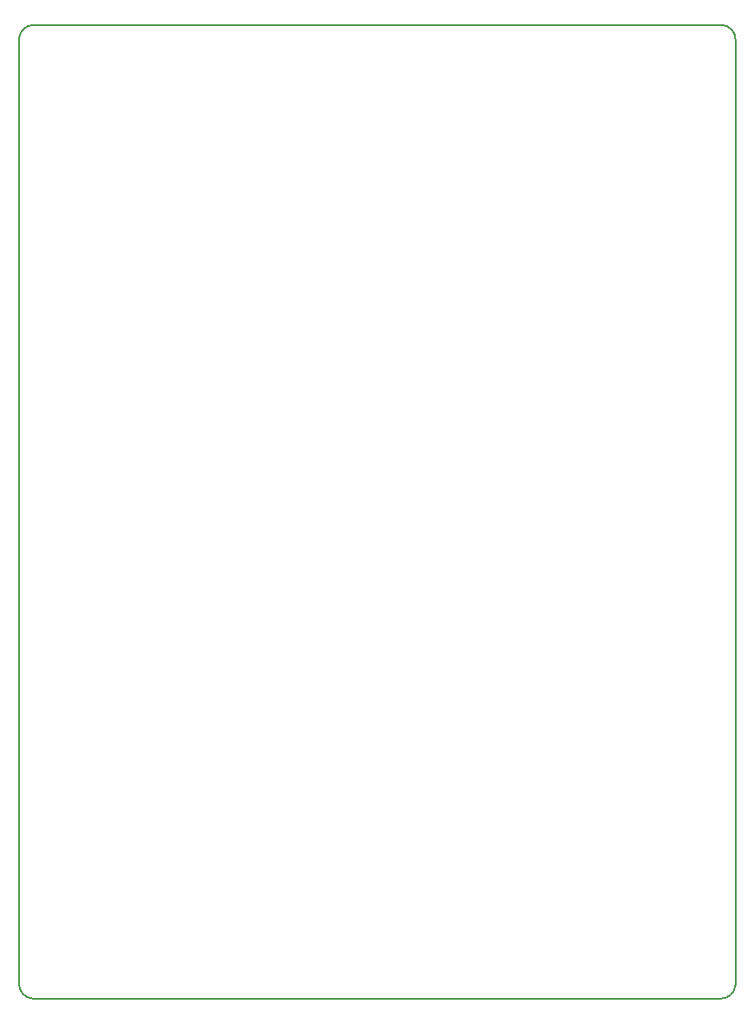
<source format=gbr>
%TF.GenerationSoftware,KiCad,Pcbnew,7.0.5*%
%TF.CreationDate,2023-07-07T20:15:01+07:00*%
%TF.ProjectId,Intership_board,496e7465-7273-4686-9970-5f626f617264,rev?*%
%TF.SameCoordinates,Original*%
%TF.FileFunction,Profile,NP*%
%FSLAX46Y46*%
G04 Gerber Fmt 4.6, Leading zero omitted, Abs format (unit mm)*
G04 Created by KiCad (PCBNEW 7.0.5) date 2023-07-07 20:15:01*
%MOMM*%
%LPD*%
G01*
G04 APERTURE LIST*
%TA.AperFunction,Profile*%
%ADD10C,0.200000*%
%TD*%
G04 APERTURE END LIST*
D10*
X97706608Y-146987977D02*
X30456423Y-146987977D01*
X99136200Y-53416379D02*
X99136200Y-145667177D01*
X30563392Y-51995623D02*
X97815400Y-51995623D01*
X29135623Y-145560208D02*
X29135623Y-53316423D01*
X97706608Y-146987976D02*
G75*
G03*
X99129185Y-145667177I6675J1419309D01*
G01*
X29135624Y-145560208D02*
G75*
G03*
X30456423Y-146982785I1419309J-6675D01*
G01*
X30563392Y-51995624D02*
G75*
G03*
X29140815Y-53316423I-6675J-1419309D01*
G01*
X99136198Y-53416379D02*
G75*
G03*
X97815400Y-51993802I-1419307J6677D01*
G01*
M02*

</source>
